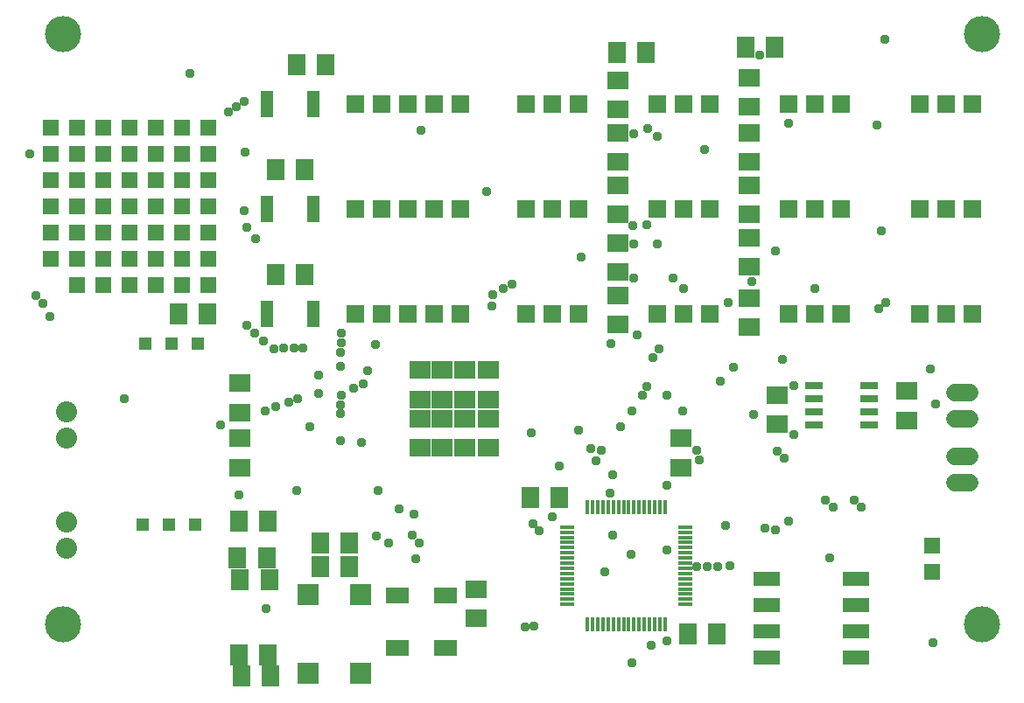
<source format=gts>
G75*
%MOIN*%
%OFA0B0*%
%FSLAX25Y25*%
%IPPOS*%
%LPD*%
%AMOC8*
5,1,8,0,0,1.08239X$1,22.5*
%
%ADD10C,0.13800*%
%ADD11R,0.06800X0.06800*%
%ADD12R,0.05930X0.05930*%
%ADD13R,0.07099X0.07898*%
%ADD14R,0.07898X0.07099*%
%ADD15R,0.05162X0.05162*%
%ADD16R,0.09068X0.05918*%
%ADD17R,0.01784X0.05524*%
%ADD18R,0.05524X0.01784*%
%ADD19R,0.06902X0.03162*%
%ADD20R,0.10406X0.05249*%
%ADD21R,0.05131X0.01981*%
%ADD22R,0.07099X0.07887*%
%ADD23R,0.07887X0.07099*%
%ADD24R,0.07835X0.07835*%
%ADD25C,0.06737*%
%ADD26C,0.08000*%
%ADD27C,0.03778*%
D10*
X0020800Y0032300D03*
X0020800Y0257300D03*
X0370800Y0257300D03*
X0370800Y0032300D03*
D11*
X0367300Y0150800D03*
X0357300Y0150800D03*
X0347300Y0150800D03*
X0317300Y0150800D03*
X0307300Y0150800D03*
X0297300Y0150800D03*
X0267300Y0150800D03*
X0257300Y0150800D03*
X0247300Y0150800D03*
X0217300Y0150800D03*
X0207300Y0150800D03*
X0197300Y0150800D03*
X0172300Y0150800D03*
X0162300Y0150800D03*
X0152300Y0150800D03*
X0142300Y0150800D03*
X0132300Y0150800D03*
X0132300Y0190800D03*
X0142300Y0190800D03*
X0152300Y0190800D03*
X0162300Y0190800D03*
X0172300Y0190800D03*
X0197300Y0190800D03*
X0207300Y0190800D03*
X0217300Y0190800D03*
X0247300Y0190800D03*
X0257300Y0190800D03*
X0267300Y0190800D03*
X0297300Y0190800D03*
X0307300Y0190800D03*
X0317300Y0190800D03*
X0347300Y0190800D03*
X0357300Y0190800D03*
X0367300Y0190800D03*
X0367300Y0230800D03*
X0357300Y0230800D03*
X0347300Y0230800D03*
X0317300Y0230800D03*
X0307300Y0230800D03*
X0297300Y0230800D03*
X0267300Y0230800D03*
X0257300Y0230800D03*
X0247300Y0230800D03*
X0217300Y0230800D03*
X0207300Y0230800D03*
X0197300Y0230800D03*
X0172300Y0230800D03*
X0162300Y0230800D03*
X0152300Y0230800D03*
X0142300Y0230800D03*
X0132300Y0230800D03*
D12*
X0076300Y0221800D03*
X0066300Y0221800D03*
X0056300Y0221800D03*
X0046300Y0221800D03*
X0036300Y0221800D03*
X0026300Y0221800D03*
X0016300Y0221800D03*
X0016300Y0211800D03*
X0026300Y0211800D03*
X0036300Y0211800D03*
X0046300Y0211800D03*
X0056300Y0211800D03*
X0066300Y0211800D03*
X0076300Y0211800D03*
X0076300Y0201800D03*
X0066300Y0201800D03*
X0066300Y0191800D03*
X0076300Y0191800D03*
X0076300Y0181800D03*
X0066300Y0181800D03*
X0056300Y0181800D03*
X0046300Y0181800D03*
X0036300Y0181800D03*
X0026300Y0181800D03*
X0016300Y0181800D03*
X0016300Y0171800D03*
X0026300Y0171800D03*
X0026300Y0161800D03*
X0036300Y0161800D03*
X0046300Y0161800D03*
X0046300Y0171800D03*
X0036300Y0171800D03*
X0056300Y0171800D03*
X0056300Y0161800D03*
X0066300Y0161800D03*
X0076300Y0161800D03*
X0076300Y0171800D03*
X0066300Y0171800D03*
X0056300Y0191800D03*
X0056300Y0201800D03*
X0046300Y0201800D03*
X0036300Y0201800D03*
X0036300Y0191800D03*
X0046300Y0191800D03*
X0026300Y0191800D03*
X0016300Y0191800D03*
X0016300Y0201800D03*
X0026300Y0201800D03*
X0351800Y0062300D03*
X0351800Y0052300D03*
D13*
X0129898Y0063300D03*
X0118702Y0063300D03*
X0098398Y0057800D03*
X0099398Y0049300D03*
X0088202Y0049300D03*
X0087202Y0057800D03*
X0087702Y0020800D03*
X0088702Y0012800D03*
X0099898Y0012800D03*
X0098898Y0020800D03*
D14*
X0088300Y0092202D03*
X0088300Y0103398D03*
X0088300Y0113202D03*
X0088300Y0124398D03*
X0156800Y0129398D03*
X0165300Y0129398D03*
X0173800Y0129398D03*
X0182800Y0129398D03*
X0182800Y0118202D03*
X0173800Y0118202D03*
X0165300Y0118202D03*
X0156800Y0118202D03*
X0156800Y0110898D03*
X0165300Y0110898D03*
X0173800Y0110898D03*
X0182800Y0110898D03*
X0182800Y0099702D03*
X0173800Y0099702D03*
X0165300Y0099702D03*
X0156800Y0099702D03*
X0232300Y0146702D03*
X0232300Y0157898D03*
X0232300Y0188702D03*
X0232300Y0199898D03*
X0232300Y0228702D03*
X0232300Y0239898D03*
X0282300Y0240898D03*
X0282300Y0229702D03*
X0282300Y0199898D03*
X0282300Y0188702D03*
X0282300Y0156898D03*
X0282300Y0145702D03*
X0342300Y0121398D03*
X0342300Y0110202D03*
D15*
X0072300Y0139300D03*
X0062300Y0139300D03*
X0052300Y0139300D03*
X0051300Y0070300D03*
X0061300Y0070300D03*
X0071300Y0070300D03*
D16*
X0148245Y0043300D03*
X0166355Y0043300D03*
X0166355Y0023300D03*
X0148245Y0023300D03*
D17*
X0220536Y0032359D03*
X0222505Y0032359D03*
X0224473Y0032359D03*
X0226442Y0032359D03*
X0228410Y0032359D03*
X0230379Y0032359D03*
X0232347Y0032359D03*
X0234316Y0032359D03*
X0236284Y0032359D03*
X0238253Y0032359D03*
X0240221Y0032359D03*
X0242190Y0032359D03*
X0244158Y0032359D03*
X0246127Y0032359D03*
X0248095Y0032359D03*
X0250064Y0032359D03*
X0250064Y0077241D03*
X0248095Y0077241D03*
X0246127Y0077241D03*
X0244158Y0077241D03*
X0242190Y0077241D03*
X0240221Y0077241D03*
X0238253Y0077241D03*
X0236284Y0077241D03*
X0234316Y0077241D03*
X0232347Y0077241D03*
X0230379Y0077241D03*
X0228410Y0077241D03*
X0226442Y0077241D03*
X0224473Y0077241D03*
X0222505Y0077241D03*
X0220536Y0077241D03*
D18*
X0212859Y0069564D03*
X0212859Y0067595D03*
X0212859Y0065627D03*
X0212859Y0063658D03*
X0212859Y0061690D03*
X0212859Y0059721D03*
X0212859Y0057753D03*
X0212859Y0055784D03*
X0212859Y0053816D03*
X0212859Y0051847D03*
X0212859Y0049879D03*
X0212859Y0047910D03*
X0212859Y0045942D03*
X0212859Y0043973D03*
X0212859Y0042005D03*
X0212859Y0040036D03*
X0257741Y0040036D03*
X0257741Y0042005D03*
X0257741Y0043973D03*
X0257741Y0045942D03*
X0257741Y0047910D03*
X0257741Y0049879D03*
X0257741Y0051847D03*
X0257741Y0053816D03*
X0257741Y0055784D03*
X0257741Y0057753D03*
X0257741Y0059721D03*
X0257741Y0061690D03*
X0257741Y0063658D03*
X0257741Y0065627D03*
X0257741Y0067595D03*
X0257741Y0069564D03*
D19*
X0306670Y0108300D03*
X0306670Y0113300D03*
X0306670Y0118300D03*
X0306670Y0123300D03*
X0327930Y0123300D03*
X0327930Y0118300D03*
X0327930Y0113300D03*
X0327930Y0108300D03*
D20*
X0322729Y0049800D03*
X0322729Y0039800D03*
X0322729Y0029800D03*
X0322729Y0019800D03*
X0288871Y0019800D03*
X0288871Y0029800D03*
X0288871Y0039800D03*
X0288871Y0049800D03*
D21*
X0116158Y0146863D03*
X0116158Y0148831D03*
X0116158Y0150800D03*
X0116158Y0152769D03*
X0116158Y0154737D03*
X0098442Y0154737D03*
X0098442Y0152769D03*
X0098442Y0150800D03*
X0098442Y0148831D03*
X0098442Y0146863D03*
X0098442Y0186863D03*
X0098442Y0188831D03*
X0098442Y0190800D03*
X0098442Y0192769D03*
X0098442Y0194737D03*
X0116158Y0194737D03*
X0116158Y0192769D03*
X0116158Y0190800D03*
X0116158Y0188831D03*
X0116158Y0186863D03*
X0116158Y0226863D03*
X0116158Y0228831D03*
X0116158Y0230800D03*
X0116158Y0232769D03*
X0116158Y0234737D03*
X0098442Y0234737D03*
X0098442Y0232769D03*
X0098442Y0230800D03*
X0098442Y0228831D03*
X0098442Y0226863D03*
D22*
X0109788Y0245800D03*
X0120812Y0245800D03*
X0112812Y0205800D03*
X0101788Y0205800D03*
X0101788Y0165800D03*
X0112812Y0165800D03*
X0075812Y0150800D03*
X0064788Y0150800D03*
X0087788Y0071800D03*
X0098812Y0071800D03*
X0118788Y0054300D03*
X0129812Y0054300D03*
X0198788Y0080800D03*
X0209812Y0080800D03*
X0258788Y0028800D03*
X0269812Y0028800D03*
X0242812Y0250300D03*
X0231788Y0250300D03*
X0280788Y0252300D03*
X0291812Y0252300D03*
D23*
X0282300Y0219812D03*
X0282300Y0208788D03*
X0282300Y0179812D03*
X0282300Y0168788D03*
X0232300Y0166788D03*
X0232300Y0177812D03*
X0232300Y0208788D03*
X0232300Y0219812D03*
X0292800Y0119812D03*
X0292800Y0108788D03*
X0256300Y0103312D03*
X0256300Y0092288D03*
X0178300Y0045812D03*
X0178300Y0034788D03*
D24*
X0134300Y0043800D03*
X0114300Y0043800D03*
X0114300Y0013800D03*
X0134300Y0013800D03*
D25*
X0360331Y0086300D02*
X0366269Y0086300D01*
X0366269Y0096300D02*
X0360331Y0096300D01*
X0360331Y0110800D02*
X0366269Y0110800D01*
X0366269Y0120800D02*
X0360331Y0120800D01*
D26*
X0022300Y0113300D03*
X0022300Y0103300D03*
X0022300Y0071300D03*
X0022300Y0061300D03*
D27*
X0087800Y0081800D03*
X0109800Y0083300D03*
X0126389Y0102550D03*
X0134381Y0101881D03*
X0126389Y0112644D03*
X0126389Y0116222D03*
X0126800Y0119800D03*
X0131534Y0122389D03*
X0134994Y0123989D03*
X0136872Y0129167D03*
X0139800Y0139111D03*
X0126800Y0139722D03*
X0126800Y0143300D03*
X0126389Y0136089D03*
X0126389Y0130806D03*
X0118011Y0127606D03*
X0118011Y0120450D03*
X0110265Y0118611D03*
X0106800Y0117011D03*
X0101800Y0115411D03*
X0097800Y0113811D03*
X0114811Y0107844D03*
X0080800Y0108300D03*
X0044300Y0118300D03*
X0015940Y0149711D03*
X0013207Y0154707D03*
X0010618Y0157800D03*
X0007992Y0211800D03*
X0069300Y0242300D03*
X0083740Y0227740D03*
X0086770Y0229770D03*
X0089800Y0231800D03*
X0090300Y0212300D03*
X0089800Y0190180D03*
X0090800Y0183800D03*
X0094300Y0179300D03*
X0090800Y0146300D03*
X0093722Y0143300D03*
X0097300Y0140300D03*
X0101222Y0137300D03*
X0104800Y0137800D03*
X0108722Y0137800D03*
X0112300Y0137800D03*
X0184300Y0153800D03*
X0184469Y0158131D03*
X0188373Y0160389D03*
X0191800Y0162022D03*
X0218300Y0172300D03*
X0238111Y0177300D03*
X0247300Y0177300D03*
X0242989Y0184800D03*
X0237811Y0184300D03*
X0238111Y0164300D03*
X0253300Y0164300D03*
X0257300Y0160389D03*
X0274300Y0155211D03*
X0283300Y0162978D03*
X0292300Y0174800D03*
X0307300Y0160389D03*
X0331330Y0152830D03*
X0334009Y0155211D03*
X0351300Y0129800D03*
X0353300Y0116300D03*
X0322159Y0079659D03*
X0324747Y0077070D03*
X0314172Y0077211D03*
X0311300Y0079800D03*
X0297300Y0071800D03*
X0292300Y0068300D03*
X0288300Y0069211D03*
X0273278Y0070184D03*
X0274800Y0054800D03*
X0270300Y0054436D03*
X0266300Y0054436D03*
X0262300Y0054436D03*
X0250800Y0060800D03*
X0237300Y0059001D03*
X0227300Y0052300D03*
X0230300Y0066347D03*
X0229031Y0082300D03*
X0230300Y0089300D03*
X0223800Y0094800D03*
X0225821Y0098800D03*
X0221800Y0099300D03*
X0217300Y0106300D03*
X0233300Y0107800D03*
X0237360Y0113860D03*
X0241569Y0119771D03*
X0243200Y0123200D03*
X0250684Y0119800D03*
X0256742Y0113742D03*
X0271186Y0125186D03*
X0276294Y0130511D03*
X0294800Y0133300D03*
X0299300Y0123300D03*
X0283889Y0112300D03*
X0299300Y0104800D03*
X0292941Y0098441D03*
X0295472Y0095911D03*
X0263300Y0095222D03*
X0262300Y0098800D03*
X0250800Y0085300D03*
X0209812Y0092800D03*
X0199300Y0105300D03*
X0207300Y0073300D03*
X0202300Y0068216D03*
X0199829Y0070805D03*
X0156534Y0063627D03*
X0153830Y0066330D03*
X0144906Y0063406D03*
X0140025Y0066025D03*
X0148800Y0076300D03*
X0154630Y0074308D03*
X0140800Y0083300D03*
X0155300Y0057300D03*
X0196644Y0031300D03*
X0200222Y0031699D03*
X0237385Y0017885D03*
X0244779Y0024420D03*
X0250696Y0026196D03*
X0312800Y0057800D03*
X0352300Y0025300D03*
X0245506Y0134171D03*
X0247800Y0137300D03*
X0239411Y0142800D03*
X0229589Y0139349D03*
X0182300Y0197300D03*
X0157300Y0220800D03*
X0237995Y0219345D03*
X0243611Y0221300D03*
X0247300Y0218300D03*
X0265300Y0213300D03*
X0297300Y0223300D03*
X0330889Y0222800D03*
X0286300Y0249300D03*
X0333800Y0255300D03*
X0332489Y0182300D03*
X0098300Y0038300D03*
M02*

</source>
